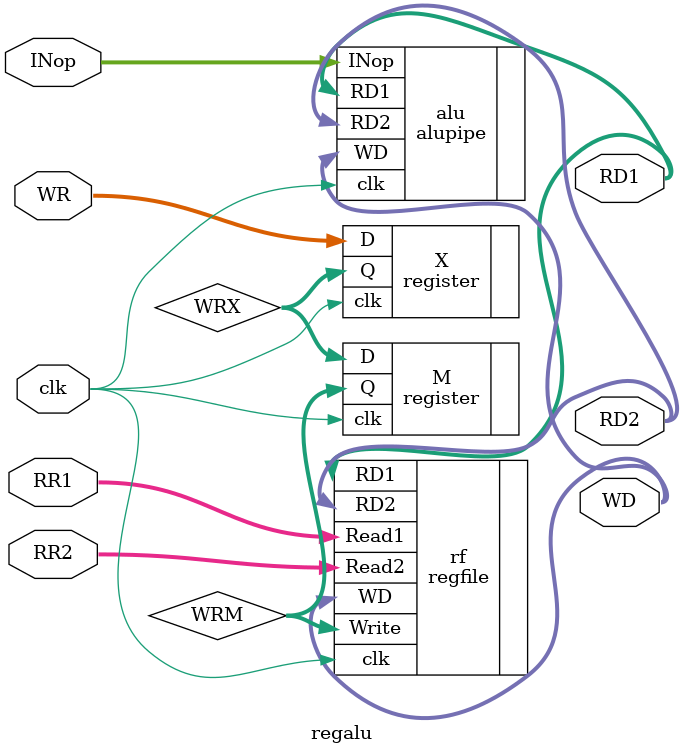
<source format=sv>
module regalu (
    input logic clk,
    input logic [4:0] RR1, RR2, WR,
    input logic [2:0] INop,
    output logic [31:0] RD1, RD2, WD
);
    // Wires for pipelined register addresses
    logic [4:0] WRX, WRM;

    
    // Register file instance
    regfile rf (
        .clk(clk),
        .Read1(RR1),
        .Read2(RR2),
        .Write(WRM),
        .WD(WD),
        .RD1(RD1),
        .RD2(RD2)
    );

    // Registers to propagate X and M with input registers
    register #(5) X (.clk(clk), .D(WR), .Q(WRX));
    register #(5) M (.clk(clk), .D(WRX), .Q(WRM));

    // ALU pipe instance
    alupipe alu (
        .RD1(RD1),
        .RD2(RD2),
        .INop(INop),
        .clk(clk),
        .WD(WD)
    );

endmodule

</source>
